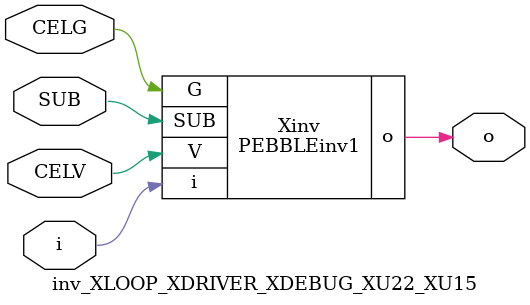
<source format=v>



module PEBBLEinv1 ( o, G, SUB, V, i );

  input V;
  input i;
  input G;
  output o;
  input SUB;
endmodule

//Celera Confidential Do Not Copy inv_XLOOP_XDRIVER_XDEBUG_XU22_XU15
//Celera Confidential Symbol Generator
//5V Inverter
module inv_XLOOP_XDRIVER_XDEBUG_XU22_XU15 (CELV,CELG,i,o,SUB);
input CELV;
input CELG;
input i;
input SUB;
output o;

//Celera Confidential Do Not Copy inv
PEBBLEinv1 Xinv(
.V (CELV),
.i (i),
.o (o),
.SUB (SUB),
.G (CELG)
);
//,diesize,PEBBLEinv1

//Celera Confidential Do Not Copy Module End
//Celera Schematic Generator
endmodule

</source>
